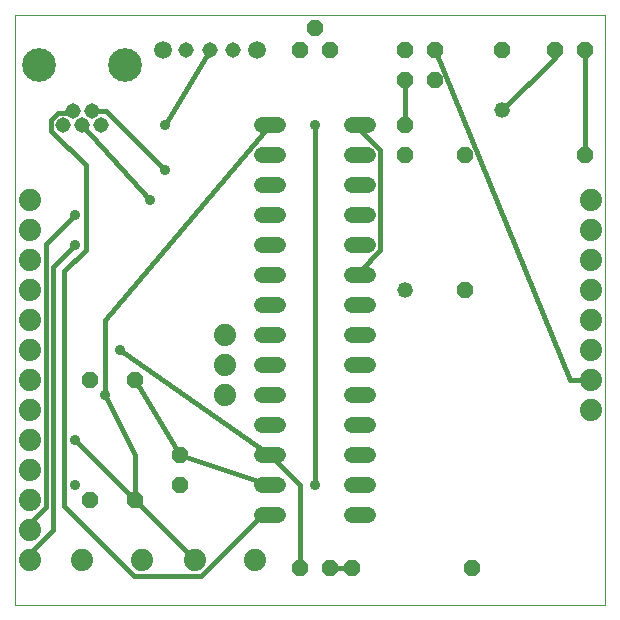
<source format=gtl>
G75*
%MOIN*%
%OFA0B0*%
%FSLAX25Y25*%
%IPPOS*%
%LPD*%
%AMOC8*
5,1,8,0,0,1.08239X$1,22.5*
%
%ADD10C,0.00000*%
%ADD11OC8,0.05200*%
%ADD12C,0.05200*%
%ADD13C,0.05150*%
%ADD14C,0.11220*%
%ADD15C,0.05200*%
%ADD16C,0.07400*%
%ADD17C,0.05937*%
%ADD18C,0.03562*%
%ADD19C,0.01600*%
D10*
X0006560Y0001800D02*
X0006560Y0198650D01*
X0203410Y0198650D01*
X0203410Y0001800D01*
X0006560Y0001800D01*
D11*
X0031560Y0036800D03*
X0046560Y0036800D03*
X0061560Y0041800D03*
X0061560Y0051800D03*
X0046560Y0076800D03*
X0031560Y0076800D03*
X0101560Y0014300D03*
X0111560Y0014300D03*
X0119060Y0014300D03*
X0159060Y0014300D03*
X0156560Y0106800D03*
X0156560Y0151800D03*
X0136560Y0151800D03*
X0136560Y0161800D03*
X0136560Y0176800D03*
X0146560Y0176800D03*
X0146560Y0186800D03*
X0136560Y0186800D03*
X0111560Y0186800D03*
X0106560Y0194300D03*
X0101560Y0186800D03*
X0169060Y0186800D03*
X0186560Y0186800D03*
X0196560Y0186800D03*
X0196560Y0151800D03*
D12*
X0169060Y0166800D03*
X0136560Y0106800D03*
D13*
X0079434Y0186800D03*
X0071560Y0186800D03*
X0063686Y0186800D03*
X0035359Y0161721D03*
X0032210Y0166446D03*
X0029060Y0161721D03*
X0025910Y0166446D03*
X0022761Y0161721D03*
D14*
X0014690Y0181800D03*
X0043430Y0181800D03*
D15*
X0088960Y0161800D02*
X0094160Y0161800D01*
X0094160Y0151800D02*
X0088960Y0151800D01*
X0088960Y0141800D02*
X0094160Y0141800D01*
X0094160Y0131800D02*
X0088960Y0131800D01*
X0088960Y0121800D02*
X0094160Y0121800D01*
X0094160Y0111800D02*
X0088960Y0111800D01*
X0088960Y0101800D02*
X0094160Y0101800D01*
X0094160Y0091800D02*
X0088960Y0091800D01*
X0088960Y0081800D02*
X0094160Y0081800D01*
X0094160Y0071800D02*
X0088960Y0071800D01*
X0088960Y0061800D02*
X0094160Y0061800D01*
X0094160Y0051800D02*
X0088960Y0051800D01*
X0088960Y0041800D02*
X0094160Y0041800D01*
X0094160Y0031800D02*
X0088960Y0031800D01*
X0118960Y0031800D02*
X0124160Y0031800D01*
X0124160Y0041800D02*
X0118960Y0041800D01*
X0118960Y0051800D02*
X0124160Y0051800D01*
X0124160Y0061800D02*
X0118960Y0061800D01*
X0118960Y0071800D02*
X0124160Y0071800D01*
X0124160Y0081800D02*
X0118960Y0081800D01*
X0118960Y0091800D02*
X0124160Y0091800D01*
X0124160Y0101800D02*
X0118960Y0101800D01*
X0118960Y0111800D02*
X0124160Y0111800D01*
X0124160Y0121800D02*
X0118960Y0121800D01*
X0118960Y0131800D02*
X0124160Y0131800D01*
X0124160Y0141800D02*
X0118960Y0141800D01*
X0118960Y0151800D02*
X0124160Y0151800D01*
X0124160Y0161800D02*
X0118960Y0161800D01*
D16*
X0076560Y0091800D03*
X0076560Y0081800D03*
X0076560Y0071800D03*
X0086560Y0016800D03*
X0066560Y0016800D03*
X0049060Y0016800D03*
X0029060Y0016800D03*
X0011560Y0016800D03*
X0011560Y0026800D03*
X0011560Y0036800D03*
X0011560Y0046800D03*
X0011560Y0056800D03*
X0011560Y0066800D03*
X0011560Y0076800D03*
X0011560Y0086800D03*
X0011560Y0096800D03*
X0011560Y0106800D03*
X0011560Y0116800D03*
X0011560Y0126800D03*
X0011560Y0136800D03*
X0198560Y0136800D03*
X0198560Y0126800D03*
X0198560Y0116800D03*
X0198560Y0106800D03*
X0198560Y0096800D03*
X0198560Y0086800D03*
X0198560Y0076800D03*
X0198560Y0066800D03*
D17*
X0087308Y0186800D03*
X0055812Y0186800D03*
D18*
X0056560Y0161800D03*
X0056560Y0146800D03*
X0051560Y0136800D03*
X0026560Y0131800D03*
X0026560Y0121800D03*
X0041528Y0086768D03*
X0036560Y0071800D03*
X0026560Y0056800D03*
X0026560Y0041800D03*
X0106560Y0041800D03*
X0106560Y0161800D03*
D19*
X0106560Y0041800D01*
X0101560Y0041800D02*
X0101560Y0014300D01*
X0111560Y0014300D02*
X0119060Y0014300D01*
X0091560Y0031800D02*
X0089055Y0031800D01*
X0068755Y0011500D01*
X0046210Y0011500D01*
X0022979Y0034731D01*
X0022979Y0113154D01*
X0030141Y0120317D01*
X0030141Y0148437D01*
X0018586Y0159992D01*
X0018586Y0163451D01*
X0021031Y0165896D01*
X0025361Y0165896D01*
X0025910Y0166446D01*
X0029060Y0161721D02*
X0051560Y0136800D01*
X0056560Y0146800D02*
X0036914Y0166446D01*
X0032210Y0166446D01*
X0056560Y0161800D02*
X0071560Y0186800D01*
X0091560Y0161800D02*
X0036560Y0096800D01*
X0036560Y0071800D01*
X0046560Y0051800D01*
X0046560Y0036800D01*
X0026560Y0056800D01*
X0046560Y0036800D02*
X0066560Y0016800D01*
X0061560Y0051800D02*
X0091560Y0041800D01*
X0091560Y0051800D02*
X0101560Y0041800D01*
X0091560Y0051800D02*
X0041528Y0086768D01*
X0046560Y0076800D02*
X0061560Y0051800D01*
X0019260Y0027005D02*
X0019260Y0114500D01*
X0026560Y0121800D01*
X0016860Y0122100D02*
X0026560Y0131800D01*
X0016860Y0122100D02*
X0016860Y0034605D01*
X0011560Y0029305D01*
X0011560Y0026800D01*
X0011560Y0019305D02*
X0019260Y0027005D01*
X0011560Y0019305D02*
X0011560Y0016800D01*
X0121560Y0111800D02*
X0121560Y0113260D01*
X0128360Y0120060D01*
X0128360Y0153540D01*
X0121560Y0160340D01*
X0121560Y0161800D01*
X0136560Y0161800D02*
X0136560Y0176800D01*
X0146560Y0186800D02*
X0191560Y0076800D01*
X0198560Y0076800D01*
X0196560Y0151800D02*
X0196560Y0186800D01*
X0186560Y0186800D02*
X0186560Y0184300D01*
X0169060Y0166800D01*
M02*

</source>
